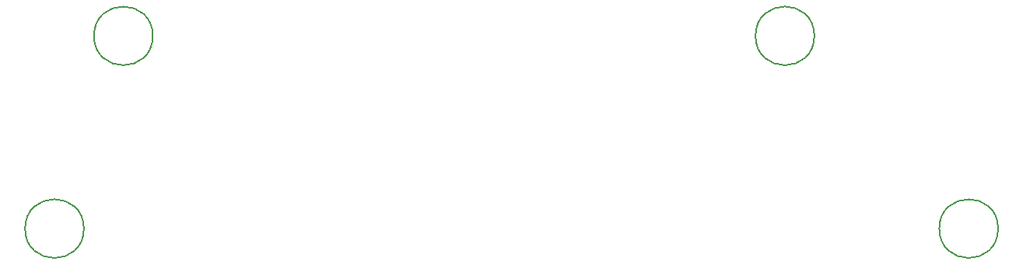
<source format=gbr>
%TF.GenerationSoftware,KiCad,Pcbnew,7.0.6*%
%TF.CreationDate,2023-12-11T13:02:44+00:00*%
%TF.ProjectId,BlankingRelay_Base,426c616e-6b69-46e6-9752-656c61795f42,rev?*%
%TF.SameCoordinates,Original*%
%TF.FileFunction,Other,Comment*%
%FSLAX46Y46*%
G04 Gerber Fmt 4.6, Leading zero omitted, Abs format (unit mm)*
G04 Created by KiCad (PCBNEW 7.0.6) date 2023-12-11 13:02:44*
%MOMM*%
%LPD*%
G01*
G04 APERTURE LIST*
%ADD10C,0.150000*%
G04 APERTURE END LIST*
D10*
%TO.C,REF\u002A\u002A*%
X48200000Y-146000000D02*
G75*
G03*
X48200000Y-146000000I-3200000J0D01*
G01*
X147700000Y-146000000D02*
G75*
G03*
X147700000Y-146000000I-3200000J0D01*
G01*
X55700000Y-125000000D02*
G75*
G03*
X55700000Y-125000000I-3200000J0D01*
G01*
X127700000Y-125000000D02*
G75*
G03*
X127700000Y-125000000I-3200000J0D01*
G01*
%TD*%
M02*

</source>
